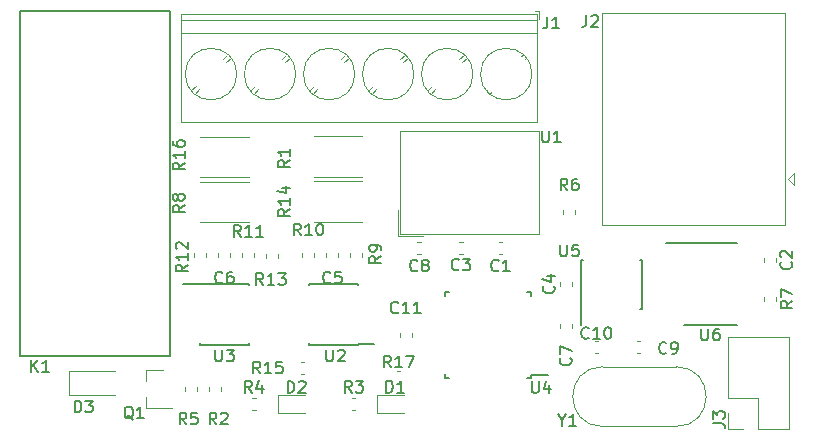
<source format=gbr>
G04 #@! TF.GenerationSoftware,KiCad,Pcbnew,(5.0.0)*
G04 #@! TF.CreationDate,2018-10-13T15:30:37-04:00*
G04 #@! TF.ProjectId,GLVColoumbCounterTest,474C56436F6C6F756D62436F756E7465,rev?*
G04 #@! TF.SameCoordinates,Original*
G04 #@! TF.FileFunction,Legend,Top*
G04 #@! TF.FilePolarity,Positive*
%FSLAX46Y46*%
G04 Gerber Fmt 4.6, Leading zero omitted, Abs format (unit mm)*
G04 Created by KiCad (PCBNEW (5.0.0)) date 10/13/18 15:30:37*
%MOMM*%
%LPD*%
G01*
G04 APERTURE LIST*
%ADD10C,0.150000*%
%ADD11C,0.120000*%
G04 APERTURE END LIST*
D10*
G04 #@! TO.C,K1*
X112522000Y-73406000D02*
X99822000Y-73406000D01*
X112522000Y-44196000D02*
X112522000Y-73406000D01*
X99822000Y-44196000D02*
X112522000Y-44196000D01*
X99822000Y-73406000D02*
X99822000Y-44196000D01*
G04 #@! TO.C,U4*
X143071000Y-75253000D02*
X143071000Y-75028000D01*
X135821000Y-75253000D02*
X135821000Y-74928000D01*
X135821000Y-68003000D02*
X135821000Y-68328000D01*
X143071000Y-68003000D02*
X143071000Y-68328000D01*
X143071000Y-75253000D02*
X142746000Y-75253000D01*
X143071000Y-68003000D02*
X142746000Y-68003000D01*
X135821000Y-68003000D02*
X136146000Y-68003000D01*
X135821000Y-75253000D02*
X136146000Y-75253000D01*
X143071000Y-75028000D02*
X144496000Y-75028000D01*
D11*
G04 #@! TO.C,J2*
X165290000Y-57920000D02*
X164790000Y-58420000D01*
X165290000Y-58920000D02*
X165290000Y-57920000D01*
X164790000Y-58420000D02*
X165290000Y-58920000D01*
X164605000Y-44340000D02*
X149085000Y-44340000D01*
X149085000Y-62300000D02*
X149085000Y-44340000D01*
X149085000Y-62300000D02*
X164605000Y-62300000D01*
X164605000Y-62300000D02*
X164605000Y-44340000D01*
G04 #@! TO.C,C1*
X140324721Y-63752000D02*
X140650279Y-63752000D01*
X140324721Y-64772000D02*
X140650279Y-64772000D01*
G04 #@! TO.C,C2*
X163832000Y-65415279D02*
X163832000Y-65089721D01*
X162812000Y-65415279D02*
X162812000Y-65089721D01*
G04 #@! TO.C,C3*
X137297279Y-63752000D02*
X136971721Y-63752000D01*
X137297279Y-64772000D02*
X136971721Y-64772000D01*
G04 #@! TO.C,C4*
X145540000Y-67472779D02*
X145540000Y-67147221D01*
X146560000Y-67472779D02*
X146560000Y-67147221D01*
G04 #@! TO.C,C5*
X125728000Y-64708721D02*
X125728000Y-65034279D01*
X126748000Y-64708721D02*
X126748000Y-65034279D01*
G04 #@! TO.C,C6*
X117604000Y-64708721D02*
X117604000Y-65034279D01*
X116584000Y-64708721D02*
X116584000Y-65034279D01*
G04 #@! TO.C,C7*
X146560000Y-70728721D02*
X146560000Y-71054279D01*
X145540000Y-70728721D02*
X145540000Y-71054279D01*
G04 #@! TO.C,D1*
X130061500Y-78205000D02*
X132346500Y-78205000D01*
X130061500Y-76735000D02*
X130061500Y-78205000D01*
X132346500Y-76735000D02*
X130061500Y-76735000D01*
G04 #@! TO.C,D2*
X123964500Y-76735000D02*
X121679500Y-76735000D01*
X121679500Y-76735000D02*
X121679500Y-78205000D01*
X121679500Y-78205000D02*
X123964500Y-78205000D01*
G04 #@! TO.C,J1*
X143150000Y-49530000D02*
G75*
G03X143150000Y-49530000I-2180000J0D01*
G01*
X138150000Y-49530000D02*
G75*
G03X138150000Y-49530000I-2180000J0D01*
G01*
X133150000Y-49530000D02*
G75*
G03X133150000Y-49530000I-2180000J0D01*
G01*
X128150000Y-49530000D02*
G75*
G03X128150000Y-49530000I-2180000J0D01*
G01*
X123150000Y-49530000D02*
G75*
G03X123150000Y-49530000I-2180000J0D01*
G01*
X118150000Y-49530000D02*
G75*
G03X118150000Y-49530000I-2180000J0D01*
G01*
X143530000Y-44930000D02*
X113410000Y-44930000D01*
X143530000Y-46030000D02*
X113410000Y-46030000D01*
X143530000Y-53590000D02*
X113410000Y-53590000D01*
X143530000Y-44470000D02*
X113410000Y-44470000D01*
X143530000Y-53590000D02*
X143530000Y-44470000D01*
X113410000Y-53590000D02*
X113410000Y-44470000D01*
X139316000Y-50918000D02*
X139423000Y-50811000D01*
X142252000Y-47983000D02*
X142358000Y-47876000D01*
X139582000Y-51184000D02*
X139689000Y-51077000D01*
X142518000Y-48249000D02*
X142624000Y-48142000D01*
X134316000Y-50918000D02*
X134711000Y-50522000D01*
X136977000Y-48256000D02*
X137357000Y-47876000D01*
X134582000Y-51184000D02*
X134962000Y-50804000D01*
X137228000Y-48538000D02*
X137623000Y-48142000D01*
X129316000Y-50918000D02*
X129711000Y-50522000D01*
X131977000Y-48256000D02*
X132357000Y-47876000D01*
X129582000Y-51184000D02*
X129962000Y-50804000D01*
X132228000Y-48538000D02*
X132623000Y-48142000D01*
X124316000Y-50918000D02*
X124711000Y-50522000D01*
X126977000Y-48256000D02*
X127357000Y-47876000D01*
X124582000Y-51184000D02*
X124962000Y-50804000D01*
X127228000Y-48538000D02*
X127623000Y-48142000D01*
X119316000Y-50918000D02*
X119711000Y-50522000D01*
X121977000Y-48256000D02*
X122357000Y-47876000D01*
X119582000Y-51184000D02*
X119962000Y-50804000D01*
X122228000Y-48538000D02*
X122623000Y-48142000D01*
X114316000Y-50918000D02*
X114711000Y-50522000D01*
X116977000Y-48256000D02*
X117357000Y-47876000D01*
X114582000Y-51184000D02*
X114962000Y-50804000D01*
X117228000Y-48538000D02*
X117623000Y-48142000D01*
X143770000Y-44870000D02*
X143770000Y-44230000D01*
X143770000Y-44230000D02*
X143370000Y-44230000D01*
G04 #@! TO.C,Q1*
X110476000Y-74620000D02*
X110476000Y-75550000D01*
X110476000Y-77780000D02*
X110476000Y-76850000D01*
X110476000Y-77780000D02*
X112636000Y-77780000D01*
X110476000Y-74620000D02*
X111936000Y-74620000D01*
G04 #@! TO.C,R2*
X115822000Y-76011721D02*
X115822000Y-76337279D01*
X116842000Y-76011721D02*
X116842000Y-76337279D01*
G04 #@! TO.C,R3*
X127878721Y-77980000D02*
X128204279Y-77980000D01*
X127878721Y-76960000D02*
X128204279Y-76960000D01*
G04 #@! TO.C,R4*
X119445721Y-76960000D02*
X119771279Y-76960000D01*
X119445721Y-77980000D02*
X119771279Y-77980000D01*
G04 #@! TO.C,R5*
X113790000Y-76337279D02*
X113790000Y-76011721D01*
X114810000Y-76337279D02*
X114810000Y-76011721D01*
G04 #@! TO.C,R6*
X146814000Y-61351279D02*
X146814000Y-61025721D01*
X145794000Y-61351279D02*
X145794000Y-61025721D01*
G04 #@! TO.C,R7*
X163832000Y-68391721D02*
X163832000Y-68717279D01*
X162812000Y-68391721D02*
X162812000Y-68717279D01*
G04 #@! TO.C,R9*
X128780000Y-65034279D02*
X128780000Y-64708721D01*
X127760000Y-65034279D02*
X127760000Y-64708721D01*
G04 #@! TO.C,R10*
X123696000Y-65034279D02*
X123696000Y-64708721D01*
X124716000Y-65034279D02*
X124716000Y-64708721D01*
G04 #@! TO.C,R11*
X118616000Y-65034279D02*
X118616000Y-64708721D01*
X119636000Y-65034279D02*
X119636000Y-64708721D01*
G04 #@! TO.C,R12*
X115572000Y-65034279D02*
X115572000Y-64708721D01*
X114552000Y-65034279D02*
X114552000Y-64708721D01*
G04 #@! TO.C,R13*
X120648000Y-64759721D02*
X120648000Y-65085279D01*
X121668000Y-64759721D02*
X121668000Y-65085279D01*
G04 #@! TO.C,R15*
X123560721Y-73912000D02*
X123886279Y-73912000D01*
X123560721Y-74932000D02*
X123886279Y-74932000D01*
G04 #@! TO.C,R17*
X131688721Y-74674000D02*
X132014279Y-74674000D01*
X131688721Y-75694000D02*
X132014279Y-75694000D01*
G04 #@! TO.C,U1*
X131795000Y-61060000D02*
X131795000Y-63210000D01*
X131795000Y-63210000D02*
X133945000Y-63210000D01*
X131945000Y-54360000D02*
X131945000Y-63060000D01*
X131945000Y-63060000D02*
X143745000Y-63060000D01*
X143745000Y-63060000D02*
X143745000Y-54360000D01*
X143745000Y-54360000D02*
X131945000Y-54360000D01*
D10*
G04 #@! TO.C,U2*
X128407000Y-72375000D02*
X129807000Y-72375000D01*
X128407000Y-67275000D02*
X124257000Y-67275000D01*
X128407000Y-72425000D02*
X124257000Y-72425000D01*
X128407000Y-67275000D02*
X128407000Y-67420000D01*
X124257000Y-67275000D02*
X124257000Y-67420000D01*
X124257000Y-72425000D02*
X124257000Y-72280000D01*
X128407000Y-72425000D02*
X128407000Y-72375000D01*
G04 #@! TO.C,U3*
X115019000Y-67275000D02*
X115019000Y-67325000D01*
X119169000Y-67275000D02*
X119169000Y-67420000D01*
X119169000Y-72425000D02*
X119169000Y-72280000D01*
X115019000Y-72425000D02*
X115019000Y-72280000D01*
X115019000Y-67275000D02*
X119169000Y-67275000D01*
X115019000Y-72425000D02*
X119169000Y-72425000D01*
X115019000Y-67325000D02*
X113619000Y-67325000D01*
G04 #@! TO.C,U5*
X147285000Y-69385000D02*
X147335000Y-69385000D01*
X147285000Y-65235000D02*
X147430000Y-65235000D01*
X152435000Y-65235000D02*
X152290000Y-65235000D01*
X152435000Y-69385000D02*
X152290000Y-69385000D01*
X147285000Y-69385000D02*
X147285000Y-65235000D01*
X152435000Y-69385000D02*
X152435000Y-65235000D01*
X147335000Y-69385000D02*
X147335000Y-70785000D01*
G04 #@! TO.C,U6*
X156017000Y-70760000D02*
X160467000Y-70760000D01*
X154492000Y-63860000D02*
X160467000Y-63860000D01*
D11*
G04 #@! TO.C,C8*
X133441221Y-64772000D02*
X133766779Y-64772000D01*
X133441221Y-63752000D02*
X133766779Y-63752000D01*
G04 #@! TO.C,C9*
X152334279Y-73154000D02*
X152008721Y-73154000D01*
X152334279Y-72134000D02*
X152008721Y-72134000D01*
G04 #@! TO.C,C10*
X148778279Y-72134000D02*
X148452721Y-72134000D01*
X148778279Y-73154000D02*
X148452721Y-73154000D01*
G04 #@! TO.C,C11*
X132971000Y-71465221D02*
X132971000Y-71790779D01*
X131951000Y-71465221D02*
X131951000Y-71790779D01*
G04 #@! TO.C,R1*
X124672936Y-58225000D02*
X128777064Y-58225000D01*
X124672936Y-54805000D02*
X128777064Y-54805000D01*
G04 #@! TO.C,R8*
X115080686Y-62072564D02*
X119184814Y-62072564D01*
X115080686Y-58652564D02*
X119184814Y-58652564D01*
G04 #@! TO.C,R14*
X124672936Y-58615000D02*
X128777064Y-58615000D01*
X124672936Y-62035000D02*
X128777064Y-62035000D01*
G04 #@! TO.C,R16*
X115080686Y-54842564D02*
X119184814Y-54842564D01*
X115080686Y-58262564D02*
X119184814Y-58262564D01*
G04 #@! TO.C,J3*
X164906000Y-79562000D02*
X162306000Y-79562000D01*
X164906000Y-79562000D02*
X164906000Y-71822000D01*
X164906000Y-71822000D02*
X159706000Y-71822000D01*
X159706000Y-76962000D02*
X159706000Y-71822000D01*
X162306000Y-76962000D02*
X159706000Y-76962000D01*
X162306000Y-79562000D02*
X162306000Y-76962000D01*
X159706000Y-79562000D02*
X159706000Y-78232000D01*
X161036000Y-79562000D02*
X159706000Y-79562000D01*
G04 #@! TO.C,D3*
X103922000Y-74692000D02*
X103922000Y-76692000D01*
X103922000Y-76692000D02*
X107822000Y-76692000D01*
X103922000Y-74692000D02*
X107822000Y-74692000D01*
G04 #@! TO.C,Y1*
X155371000Y-79360000D02*
X149121000Y-79360000D01*
X155371000Y-74310000D02*
X149121000Y-74310000D01*
X155371000Y-74310000D02*
G75*
G02X155371000Y-79360000I0J-2525000D01*
G01*
X149121000Y-74310000D02*
G75*
G03X149121000Y-79360000I0J-2525000D01*
G01*
G04 #@! TO.C,K1*
D10*
X100734904Y-74747380D02*
X100734904Y-73747380D01*
X101306333Y-74747380D02*
X100877761Y-74175952D01*
X101306333Y-73747380D02*
X100734904Y-74318809D01*
X102258714Y-74747380D02*
X101687285Y-74747380D01*
X101973000Y-74747380D02*
X101973000Y-73747380D01*
X101877761Y-73890238D01*
X101782523Y-73985476D01*
X101687285Y-74033095D01*
G04 #@! TO.C,U4*
X143129095Y-75525380D02*
X143129095Y-76334904D01*
X143176714Y-76430142D01*
X143224333Y-76477761D01*
X143319571Y-76525380D01*
X143510047Y-76525380D01*
X143605285Y-76477761D01*
X143652904Y-76430142D01*
X143700523Y-76334904D01*
X143700523Y-75525380D01*
X144605285Y-75858714D02*
X144605285Y-76525380D01*
X144367190Y-75477761D02*
X144129095Y-76192047D01*
X144748142Y-76192047D01*
G04 #@! TO.C,J2*
X147748666Y-44537380D02*
X147748666Y-45251666D01*
X147701047Y-45394523D01*
X147605809Y-45489761D01*
X147462952Y-45537380D01*
X147367714Y-45537380D01*
X148177238Y-44632619D02*
X148224857Y-44585000D01*
X148320095Y-44537380D01*
X148558190Y-44537380D01*
X148653428Y-44585000D01*
X148701047Y-44632619D01*
X148748666Y-44727857D01*
X148748666Y-44823095D01*
X148701047Y-44965952D01*
X148129619Y-45537380D01*
X148748666Y-45537380D01*
G04 #@! TO.C,C1*
X140320833Y-66143142D02*
X140273214Y-66190761D01*
X140130357Y-66238380D01*
X140035119Y-66238380D01*
X139892261Y-66190761D01*
X139797023Y-66095523D01*
X139749404Y-66000285D01*
X139701785Y-65809809D01*
X139701785Y-65666952D01*
X139749404Y-65476476D01*
X139797023Y-65381238D01*
X139892261Y-65286000D01*
X140035119Y-65238380D01*
X140130357Y-65238380D01*
X140273214Y-65286000D01*
X140320833Y-65333619D01*
X141273214Y-66238380D02*
X140701785Y-66238380D01*
X140987500Y-66238380D02*
X140987500Y-65238380D01*
X140892261Y-65381238D01*
X140797023Y-65476476D01*
X140701785Y-65524095D01*
G04 #@! TO.C,C2*
X165076142Y-65419166D02*
X165123761Y-65466785D01*
X165171380Y-65609642D01*
X165171380Y-65704880D01*
X165123761Y-65847738D01*
X165028523Y-65942976D01*
X164933285Y-65990595D01*
X164742809Y-66038214D01*
X164599952Y-66038214D01*
X164409476Y-65990595D01*
X164314238Y-65942976D01*
X164219000Y-65847738D01*
X164171380Y-65704880D01*
X164171380Y-65609642D01*
X164219000Y-65466785D01*
X164266619Y-65419166D01*
X164266619Y-65038214D02*
X164219000Y-64990595D01*
X164171380Y-64895357D01*
X164171380Y-64657261D01*
X164219000Y-64562023D01*
X164266619Y-64514404D01*
X164361857Y-64466785D01*
X164457095Y-64466785D01*
X164599952Y-64514404D01*
X165171380Y-65085833D01*
X165171380Y-64466785D01*
G04 #@! TO.C,C3*
X136967833Y-66049142D02*
X136920214Y-66096761D01*
X136777357Y-66144380D01*
X136682119Y-66144380D01*
X136539261Y-66096761D01*
X136444023Y-66001523D01*
X136396404Y-65906285D01*
X136348785Y-65715809D01*
X136348785Y-65572952D01*
X136396404Y-65382476D01*
X136444023Y-65287238D01*
X136539261Y-65192000D01*
X136682119Y-65144380D01*
X136777357Y-65144380D01*
X136920214Y-65192000D01*
X136967833Y-65239619D01*
X137301166Y-65144380D02*
X137920214Y-65144380D01*
X137586880Y-65525333D01*
X137729738Y-65525333D01*
X137824976Y-65572952D01*
X137872595Y-65620571D01*
X137920214Y-65715809D01*
X137920214Y-65953904D01*
X137872595Y-66049142D01*
X137824976Y-66096761D01*
X137729738Y-66144380D01*
X137444023Y-66144380D01*
X137348785Y-66096761D01*
X137301166Y-66049142D01*
G04 #@! TO.C,C4*
X144977142Y-67476666D02*
X145024761Y-67524285D01*
X145072380Y-67667142D01*
X145072380Y-67762380D01*
X145024761Y-67905238D01*
X144929523Y-68000476D01*
X144834285Y-68048095D01*
X144643809Y-68095714D01*
X144500952Y-68095714D01*
X144310476Y-68048095D01*
X144215238Y-68000476D01*
X144120000Y-67905238D01*
X144072380Y-67762380D01*
X144072380Y-67667142D01*
X144120000Y-67524285D01*
X144167619Y-67476666D01*
X144405714Y-66619523D02*
X145072380Y-66619523D01*
X144024761Y-66857619D02*
X144739047Y-67095714D01*
X144739047Y-66476666D01*
G04 #@! TO.C,C5*
X126071333Y-67159142D02*
X126023714Y-67206761D01*
X125880857Y-67254380D01*
X125785619Y-67254380D01*
X125642761Y-67206761D01*
X125547523Y-67111523D01*
X125499904Y-67016285D01*
X125452285Y-66825809D01*
X125452285Y-66682952D01*
X125499904Y-66492476D01*
X125547523Y-66397238D01*
X125642761Y-66302000D01*
X125785619Y-66254380D01*
X125880857Y-66254380D01*
X126023714Y-66302000D01*
X126071333Y-66349619D01*
X126976095Y-66254380D02*
X126499904Y-66254380D01*
X126452285Y-66730571D01*
X126499904Y-66682952D01*
X126595142Y-66635333D01*
X126833238Y-66635333D01*
X126928476Y-66682952D01*
X126976095Y-66730571D01*
X127023714Y-66825809D01*
X127023714Y-67063904D01*
X126976095Y-67159142D01*
X126928476Y-67206761D01*
X126833238Y-67254380D01*
X126595142Y-67254380D01*
X126499904Y-67206761D01*
X126452285Y-67159142D01*
G04 #@! TO.C,C6*
X116927333Y-67159142D02*
X116879714Y-67206761D01*
X116736857Y-67254380D01*
X116641619Y-67254380D01*
X116498761Y-67206761D01*
X116403523Y-67111523D01*
X116355904Y-67016285D01*
X116308285Y-66825809D01*
X116308285Y-66682952D01*
X116355904Y-66492476D01*
X116403523Y-66397238D01*
X116498761Y-66302000D01*
X116641619Y-66254380D01*
X116736857Y-66254380D01*
X116879714Y-66302000D01*
X116927333Y-66349619D01*
X117784476Y-66254380D02*
X117594000Y-66254380D01*
X117498761Y-66302000D01*
X117451142Y-66349619D01*
X117355904Y-66492476D01*
X117308285Y-66682952D01*
X117308285Y-67063904D01*
X117355904Y-67159142D01*
X117403523Y-67206761D01*
X117498761Y-67254380D01*
X117689238Y-67254380D01*
X117784476Y-67206761D01*
X117832095Y-67159142D01*
X117879714Y-67063904D01*
X117879714Y-66825809D01*
X117832095Y-66730571D01*
X117784476Y-66682952D01*
X117689238Y-66635333D01*
X117498761Y-66635333D01*
X117403523Y-66682952D01*
X117355904Y-66730571D01*
X117308285Y-66825809D01*
G04 #@! TO.C,C7*
X146407142Y-73572666D02*
X146454761Y-73620285D01*
X146502380Y-73763142D01*
X146502380Y-73858380D01*
X146454761Y-74001238D01*
X146359523Y-74096476D01*
X146264285Y-74144095D01*
X146073809Y-74191714D01*
X145930952Y-74191714D01*
X145740476Y-74144095D01*
X145645238Y-74096476D01*
X145550000Y-74001238D01*
X145502380Y-73858380D01*
X145502380Y-73763142D01*
X145550000Y-73620285D01*
X145597619Y-73572666D01*
X145502380Y-73239333D02*
X145502380Y-72572666D01*
X146502380Y-73001238D01*
G04 #@! TO.C,D1*
X130808404Y-76492380D02*
X130808404Y-75492380D01*
X131046500Y-75492380D01*
X131189357Y-75540000D01*
X131284595Y-75635238D01*
X131332214Y-75730476D01*
X131379833Y-75920952D01*
X131379833Y-76063809D01*
X131332214Y-76254285D01*
X131284595Y-76349523D01*
X131189357Y-76444761D01*
X131046500Y-76492380D01*
X130808404Y-76492380D01*
X132332214Y-76492380D02*
X131760785Y-76492380D01*
X132046500Y-76492380D02*
X132046500Y-75492380D01*
X131951261Y-75635238D01*
X131856023Y-75730476D01*
X131760785Y-75778095D01*
G04 #@! TO.C,D2*
X122451904Y-76525380D02*
X122451904Y-75525380D01*
X122690000Y-75525380D01*
X122832857Y-75573000D01*
X122928095Y-75668238D01*
X122975714Y-75763476D01*
X123023333Y-75953952D01*
X123023333Y-76096809D01*
X122975714Y-76287285D01*
X122928095Y-76382523D01*
X122832857Y-76477761D01*
X122690000Y-76525380D01*
X122451904Y-76525380D01*
X123404285Y-75620619D02*
X123451904Y-75573000D01*
X123547142Y-75525380D01*
X123785238Y-75525380D01*
X123880476Y-75573000D01*
X123928095Y-75620619D01*
X123975714Y-75715857D01*
X123975714Y-75811095D01*
X123928095Y-75953952D01*
X123356666Y-76525380D01*
X123975714Y-76525380D01*
G04 #@! TO.C,J1*
X144446666Y-44664380D02*
X144446666Y-45378666D01*
X144399047Y-45521523D01*
X144303809Y-45616761D01*
X144160952Y-45664380D01*
X144065714Y-45664380D01*
X145446666Y-45664380D02*
X144875238Y-45664380D01*
X145160952Y-45664380D02*
X145160952Y-44664380D01*
X145065714Y-44807238D01*
X144970476Y-44902476D01*
X144875238Y-44950095D01*
G04 #@! TO.C,Q1*
X109378761Y-78779619D02*
X109283523Y-78732000D01*
X109188285Y-78636761D01*
X109045428Y-78493904D01*
X108950190Y-78446285D01*
X108854952Y-78446285D01*
X108902571Y-78684380D02*
X108807333Y-78636761D01*
X108712095Y-78541523D01*
X108664476Y-78351047D01*
X108664476Y-78017714D01*
X108712095Y-77827238D01*
X108807333Y-77732000D01*
X108902571Y-77684380D01*
X109093047Y-77684380D01*
X109188285Y-77732000D01*
X109283523Y-77827238D01*
X109331142Y-78017714D01*
X109331142Y-78351047D01*
X109283523Y-78541523D01*
X109188285Y-78636761D01*
X109093047Y-78684380D01*
X108902571Y-78684380D01*
X110283523Y-78684380D02*
X109712095Y-78684380D01*
X109997809Y-78684380D02*
X109997809Y-77684380D01*
X109902571Y-77827238D01*
X109807333Y-77922476D01*
X109712095Y-77970095D01*
G04 #@! TO.C,R2*
X116419333Y-79192380D02*
X116086000Y-78716190D01*
X115847904Y-79192380D02*
X115847904Y-78192380D01*
X116228857Y-78192380D01*
X116324095Y-78240000D01*
X116371714Y-78287619D01*
X116419333Y-78382857D01*
X116419333Y-78525714D01*
X116371714Y-78620952D01*
X116324095Y-78668571D01*
X116228857Y-78716190D01*
X115847904Y-78716190D01*
X116800285Y-78287619D02*
X116847904Y-78240000D01*
X116943142Y-78192380D01*
X117181238Y-78192380D01*
X117276476Y-78240000D01*
X117324095Y-78287619D01*
X117371714Y-78382857D01*
X117371714Y-78478095D01*
X117324095Y-78620952D01*
X116752666Y-79192380D01*
X117371714Y-79192380D01*
G04 #@! TO.C,R3*
X127874833Y-76492380D02*
X127541500Y-76016190D01*
X127303404Y-76492380D02*
X127303404Y-75492380D01*
X127684357Y-75492380D01*
X127779595Y-75540000D01*
X127827214Y-75587619D01*
X127874833Y-75682857D01*
X127874833Y-75825714D01*
X127827214Y-75920952D01*
X127779595Y-75968571D01*
X127684357Y-76016190D01*
X127303404Y-76016190D01*
X128208166Y-75492380D02*
X128827214Y-75492380D01*
X128493880Y-75873333D01*
X128636738Y-75873333D01*
X128731976Y-75920952D01*
X128779595Y-75968571D01*
X128827214Y-76063809D01*
X128827214Y-76301904D01*
X128779595Y-76397142D01*
X128731976Y-76444761D01*
X128636738Y-76492380D01*
X128351023Y-76492380D01*
X128255785Y-76444761D01*
X128208166Y-76397142D01*
G04 #@! TO.C,R4*
X119441833Y-76492380D02*
X119108500Y-76016190D01*
X118870404Y-76492380D02*
X118870404Y-75492380D01*
X119251357Y-75492380D01*
X119346595Y-75540000D01*
X119394214Y-75587619D01*
X119441833Y-75682857D01*
X119441833Y-75825714D01*
X119394214Y-75920952D01*
X119346595Y-75968571D01*
X119251357Y-76016190D01*
X118870404Y-76016190D01*
X120298976Y-75825714D02*
X120298976Y-76492380D01*
X120060880Y-75444761D02*
X119822785Y-76159047D01*
X120441833Y-76159047D01*
G04 #@! TO.C,R5*
X113879333Y-79192380D02*
X113546000Y-78716190D01*
X113307904Y-79192380D02*
X113307904Y-78192380D01*
X113688857Y-78192380D01*
X113784095Y-78240000D01*
X113831714Y-78287619D01*
X113879333Y-78382857D01*
X113879333Y-78525714D01*
X113831714Y-78620952D01*
X113784095Y-78668571D01*
X113688857Y-78716190D01*
X113307904Y-78716190D01*
X114784095Y-78192380D02*
X114307904Y-78192380D01*
X114260285Y-78668571D01*
X114307904Y-78620952D01*
X114403142Y-78573333D01*
X114641238Y-78573333D01*
X114736476Y-78620952D01*
X114784095Y-78668571D01*
X114831714Y-78763809D01*
X114831714Y-79001904D01*
X114784095Y-79097142D01*
X114736476Y-79144761D01*
X114641238Y-79192380D01*
X114403142Y-79192380D01*
X114307904Y-79144761D01*
X114260285Y-79097142D01*
G04 #@! TO.C,R6*
X146137333Y-59380380D02*
X145804000Y-58904190D01*
X145565904Y-59380380D02*
X145565904Y-58380380D01*
X145946857Y-58380380D01*
X146042095Y-58428000D01*
X146089714Y-58475619D01*
X146137333Y-58570857D01*
X146137333Y-58713714D01*
X146089714Y-58808952D01*
X146042095Y-58856571D01*
X145946857Y-58904190D01*
X145565904Y-58904190D01*
X146994476Y-58380380D02*
X146804000Y-58380380D01*
X146708761Y-58428000D01*
X146661142Y-58475619D01*
X146565904Y-58618476D01*
X146518285Y-58808952D01*
X146518285Y-59189904D01*
X146565904Y-59285142D01*
X146613523Y-59332761D01*
X146708761Y-59380380D01*
X146899238Y-59380380D01*
X146994476Y-59332761D01*
X147042095Y-59285142D01*
X147089714Y-59189904D01*
X147089714Y-58951809D01*
X147042095Y-58856571D01*
X146994476Y-58808952D01*
X146899238Y-58761333D01*
X146708761Y-58761333D01*
X146613523Y-58808952D01*
X146565904Y-58856571D01*
X146518285Y-58951809D01*
G04 #@! TO.C,R7*
X165204380Y-68721166D02*
X164728190Y-69054500D01*
X165204380Y-69292595D02*
X164204380Y-69292595D01*
X164204380Y-68911642D01*
X164252000Y-68816404D01*
X164299619Y-68768785D01*
X164394857Y-68721166D01*
X164537714Y-68721166D01*
X164632952Y-68768785D01*
X164680571Y-68816404D01*
X164728190Y-68911642D01*
X164728190Y-69292595D01*
X164204380Y-68387833D02*
X164204380Y-67721166D01*
X165204380Y-68149738D01*
G04 #@! TO.C,R9*
X130373380Y-64936666D02*
X129897190Y-65270000D01*
X130373380Y-65508095D02*
X129373380Y-65508095D01*
X129373380Y-65127142D01*
X129421000Y-65031904D01*
X129468619Y-64984285D01*
X129563857Y-64936666D01*
X129706714Y-64936666D01*
X129801952Y-64984285D01*
X129849571Y-65031904D01*
X129897190Y-65127142D01*
X129897190Y-65508095D01*
X130373380Y-64460476D02*
X130373380Y-64270000D01*
X130325761Y-64174761D01*
X130278142Y-64127142D01*
X130135285Y-64031904D01*
X129944809Y-63984285D01*
X129563857Y-63984285D01*
X129468619Y-64031904D01*
X129421000Y-64079523D01*
X129373380Y-64174761D01*
X129373380Y-64365238D01*
X129421000Y-64460476D01*
X129468619Y-64508095D01*
X129563857Y-64555714D01*
X129801952Y-64555714D01*
X129897190Y-64508095D01*
X129944809Y-64460476D01*
X129992428Y-64365238D01*
X129992428Y-64174761D01*
X129944809Y-64079523D01*
X129897190Y-64031904D01*
X129801952Y-63984285D01*
G04 #@! TO.C,R10*
X123563142Y-63190380D02*
X123229809Y-62714190D01*
X122991714Y-63190380D02*
X122991714Y-62190380D01*
X123372666Y-62190380D01*
X123467904Y-62238000D01*
X123515523Y-62285619D01*
X123563142Y-62380857D01*
X123563142Y-62523714D01*
X123515523Y-62618952D01*
X123467904Y-62666571D01*
X123372666Y-62714190D01*
X122991714Y-62714190D01*
X124515523Y-63190380D02*
X123944095Y-63190380D01*
X124229809Y-63190380D02*
X124229809Y-62190380D01*
X124134571Y-62333238D01*
X124039333Y-62428476D01*
X123944095Y-62476095D01*
X125134571Y-62190380D02*
X125229809Y-62190380D01*
X125325047Y-62238000D01*
X125372666Y-62285619D01*
X125420285Y-62380857D01*
X125467904Y-62571333D01*
X125467904Y-62809428D01*
X125420285Y-62999904D01*
X125372666Y-63095142D01*
X125325047Y-63142761D01*
X125229809Y-63190380D01*
X125134571Y-63190380D01*
X125039333Y-63142761D01*
X124991714Y-63095142D01*
X124944095Y-62999904D01*
X124896476Y-62809428D01*
X124896476Y-62571333D01*
X124944095Y-62380857D01*
X124991714Y-62285619D01*
X125039333Y-62238000D01*
X125134571Y-62190380D01*
G04 #@! TO.C,R11*
X118483142Y-63317380D02*
X118149809Y-62841190D01*
X117911714Y-63317380D02*
X117911714Y-62317380D01*
X118292666Y-62317380D01*
X118387904Y-62365000D01*
X118435523Y-62412619D01*
X118483142Y-62507857D01*
X118483142Y-62650714D01*
X118435523Y-62745952D01*
X118387904Y-62793571D01*
X118292666Y-62841190D01*
X117911714Y-62841190D01*
X119435523Y-63317380D02*
X118864095Y-63317380D01*
X119149809Y-63317380D02*
X119149809Y-62317380D01*
X119054571Y-62460238D01*
X118959333Y-62555476D01*
X118864095Y-62603095D01*
X120387904Y-63317380D02*
X119816476Y-63317380D01*
X120102190Y-63317380D02*
X120102190Y-62317380D01*
X120006952Y-62460238D01*
X119911714Y-62555476D01*
X119816476Y-62603095D01*
G04 #@! TO.C,R12*
X113990380Y-65666857D02*
X113514190Y-66000190D01*
X113990380Y-66238285D02*
X112990380Y-66238285D01*
X112990380Y-65857333D01*
X113038000Y-65762095D01*
X113085619Y-65714476D01*
X113180857Y-65666857D01*
X113323714Y-65666857D01*
X113418952Y-65714476D01*
X113466571Y-65762095D01*
X113514190Y-65857333D01*
X113514190Y-66238285D01*
X113990380Y-64714476D02*
X113990380Y-65285904D01*
X113990380Y-65000190D02*
X112990380Y-65000190D01*
X113133238Y-65095428D01*
X113228476Y-65190666D01*
X113276095Y-65285904D01*
X113085619Y-64333523D02*
X113038000Y-64285904D01*
X112990380Y-64190666D01*
X112990380Y-63952571D01*
X113038000Y-63857333D01*
X113085619Y-63809714D01*
X113180857Y-63762095D01*
X113276095Y-63762095D01*
X113418952Y-63809714D01*
X113990380Y-64381142D01*
X113990380Y-63762095D01*
G04 #@! TO.C,R13*
X120388142Y-67381380D02*
X120054809Y-66905190D01*
X119816714Y-67381380D02*
X119816714Y-66381380D01*
X120197666Y-66381380D01*
X120292904Y-66429000D01*
X120340523Y-66476619D01*
X120388142Y-66571857D01*
X120388142Y-66714714D01*
X120340523Y-66809952D01*
X120292904Y-66857571D01*
X120197666Y-66905190D01*
X119816714Y-66905190D01*
X121340523Y-67381380D02*
X120769095Y-67381380D01*
X121054809Y-67381380D02*
X121054809Y-66381380D01*
X120959571Y-66524238D01*
X120864333Y-66619476D01*
X120769095Y-66667095D01*
X121673857Y-66381380D02*
X122292904Y-66381380D01*
X121959571Y-66762333D01*
X122102428Y-66762333D01*
X122197666Y-66809952D01*
X122245285Y-66857571D01*
X122292904Y-66952809D01*
X122292904Y-67190904D01*
X122245285Y-67286142D01*
X122197666Y-67333761D01*
X122102428Y-67381380D01*
X121816714Y-67381380D01*
X121721476Y-67333761D01*
X121673857Y-67286142D01*
G04 #@! TO.C,R15*
X120134142Y-74874380D02*
X119800809Y-74398190D01*
X119562714Y-74874380D02*
X119562714Y-73874380D01*
X119943666Y-73874380D01*
X120038904Y-73922000D01*
X120086523Y-73969619D01*
X120134142Y-74064857D01*
X120134142Y-74207714D01*
X120086523Y-74302952D01*
X120038904Y-74350571D01*
X119943666Y-74398190D01*
X119562714Y-74398190D01*
X121086523Y-74874380D02*
X120515095Y-74874380D01*
X120800809Y-74874380D02*
X120800809Y-73874380D01*
X120705571Y-74017238D01*
X120610333Y-74112476D01*
X120515095Y-74160095D01*
X121991285Y-73874380D02*
X121515095Y-73874380D01*
X121467476Y-74350571D01*
X121515095Y-74302952D01*
X121610333Y-74255333D01*
X121848428Y-74255333D01*
X121943666Y-74302952D01*
X121991285Y-74350571D01*
X122038904Y-74445809D01*
X122038904Y-74683904D01*
X121991285Y-74779142D01*
X121943666Y-74826761D01*
X121848428Y-74874380D01*
X121610333Y-74874380D01*
X121515095Y-74826761D01*
X121467476Y-74779142D01*
G04 #@! TO.C,R17*
X131208642Y-74366380D02*
X130875309Y-73890190D01*
X130637214Y-74366380D02*
X130637214Y-73366380D01*
X131018166Y-73366380D01*
X131113404Y-73414000D01*
X131161023Y-73461619D01*
X131208642Y-73556857D01*
X131208642Y-73699714D01*
X131161023Y-73794952D01*
X131113404Y-73842571D01*
X131018166Y-73890190D01*
X130637214Y-73890190D01*
X132161023Y-74366380D02*
X131589595Y-74366380D01*
X131875309Y-74366380D02*
X131875309Y-73366380D01*
X131780071Y-73509238D01*
X131684833Y-73604476D01*
X131589595Y-73652095D01*
X132494357Y-73366380D02*
X133161023Y-73366380D01*
X132732452Y-74366380D01*
G04 #@! TO.C,U1*
X144018095Y-54316380D02*
X144018095Y-55125904D01*
X144065714Y-55221142D01*
X144113333Y-55268761D01*
X144208571Y-55316380D01*
X144399047Y-55316380D01*
X144494285Y-55268761D01*
X144541904Y-55221142D01*
X144589523Y-55125904D01*
X144589523Y-54316380D01*
X145589523Y-55316380D02*
X145018095Y-55316380D01*
X145303809Y-55316380D02*
X145303809Y-54316380D01*
X145208571Y-54459238D01*
X145113333Y-54554476D01*
X145018095Y-54602095D01*
G04 #@! TO.C,U2*
X125730095Y-72858380D02*
X125730095Y-73667904D01*
X125777714Y-73763142D01*
X125825333Y-73810761D01*
X125920571Y-73858380D01*
X126111047Y-73858380D01*
X126206285Y-73810761D01*
X126253904Y-73763142D01*
X126301523Y-73667904D01*
X126301523Y-72858380D01*
X126730095Y-72953619D02*
X126777714Y-72906000D01*
X126872952Y-72858380D01*
X127111047Y-72858380D01*
X127206285Y-72906000D01*
X127253904Y-72953619D01*
X127301523Y-73048857D01*
X127301523Y-73144095D01*
X127253904Y-73286952D01*
X126682476Y-73858380D01*
X127301523Y-73858380D01*
G04 #@! TO.C,U3*
X116332095Y-72858380D02*
X116332095Y-73667904D01*
X116379714Y-73763142D01*
X116427333Y-73810761D01*
X116522571Y-73858380D01*
X116713047Y-73858380D01*
X116808285Y-73810761D01*
X116855904Y-73763142D01*
X116903523Y-73667904D01*
X116903523Y-72858380D01*
X117284476Y-72858380D02*
X117903523Y-72858380D01*
X117570190Y-73239333D01*
X117713047Y-73239333D01*
X117808285Y-73286952D01*
X117855904Y-73334571D01*
X117903523Y-73429809D01*
X117903523Y-73667904D01*
X117855904Y-73763142D01*
X117808285Y-73810761D01*
X117713047Y-73858380D01*
X117427333Y-73858380D01*
X117332095Y-73810761D01*
X117284476Y-73763142D01*
G04 #@! TO.C,U5*
X145542095Y-63968380D02*
X145542095Y-64777904D01*
X145589714Y-64873142D01*
X145637333Y-64920761D01*
X145732571Y-64968380D01*
X145923047Y-64968380D01*
X146018285Y-64920761D01*
X146065904Y-64873142D01*
X146113523Y-64777904D01*
X146113523Y-63968380D01*
X147065904Y-63968380D02*
X146589714Y-63968380D01*
X146542095Y-64444571D01*
X146589714Y-64396952D01*
X146684952Y-64349333D01*
X146923047Y-64349333D01*
X147018285Y-64396952D01*
X147065904Y-64444571D01*
X147113523Y-64539809D01*
X147113523Y-64777904D01*
X147065904Y-64873142D01*
X147018285Y-64920761D01*
X146923047Y-64968380D01*
X146684952Y-64968380D01*
X146589714Y-64920761D01*
X146542095Y-64873142D01*
G04 #@! TO.C,U6*
X157480095Y-71080380D02*
X157480095Y-71889904D01*
X157527714Y-71985142D01*
X157575333Y-72032761D01*
X157670571Y-72080380D01*
X157861047Y-72080380D01*
X157956285Y-72032761D01*
X158003904Y-71985142D01*
X158051523Y-71889904D01*
X158051523Y-71080380D01*
X158956285Y-71080380D02*
X158765809Y-71080380D01*
X158670571Y-71128000D01*
X158622952Y-71175619D01*
X158527714Y-71318476D01*
X158480095Y-71508952D01*
X158480095Y-71889904D01*
X158527714Y-71985142D01*
X158575333Y-72032761D01*
X158670571Y-72080380D01*
X158861047Y-72080380D01*
X158956285Y-72032761D01*
X159003904Y-71985142D01*
X159051523Y-71889904D01*
X159051523Y-71651809D01*
X159003904Y-71556571D01*
X158956285Y-71508952D01*
X158861047Y-71461333D01*
X158670571Y-71461333D01*
X158575333Y-71508952D01*
X158527714Y-71556571D01*
X158480095Y-71651809D01*
G04 #@! TO.C,C8*
X133437333Y-66143142D02*
X133389714Y-66190761D01*
X133246857Y-66238380D01*
X133151619Y-66238380D01*
X133008761Y-66190761D01*
X132913523Y-66095523D01*
X132865904Y-66000285D01*
X132818285Y-65809809D01*
X132818285Y-65666952D01*
X132865904Y-65476476D01*
X132913523Y-65381238D01*
X133008761Y-65286000D01*
X133151619Y-65238380D01*
X133246857Y-65238380D01*
X133389714Y-65286000D01*
X133437333Y-65333619D01*
X134008761Y-65666952D02*
X133913523Y-65619333D01*
X133865904Y-65571714D01*
X133818285Y-65476476D01*
X133818285Y-65428857D01*
X133865904Y-65333619D01*
X133913523Y-65286000D01*
X134008761Y-65238380D01*
X134199238Y-65238380D01*
X134294476Y-65286000D01*
X134342095Y-65333619D01*
X134389714Y-65428857D01*
X134389714Y-65476476D01*
X134342095Y-65571714D01*
X134294476Y-65619333D01*
X134199238Y-65666952D01*
X134008761Y-65666952D01*
X133913523Y-65714571D01*
X133865904Y-65762190D01*
X133818285Y-65857428D01*
X133818285Y-66047904D01*
X133865904Y-66143142D01*
X133913523Y-66190761D01*
X134008761Y-66238380D01*
X134199238Y-66238380D01*
X134294476Y-66190761D01*
X134342095Y-66143142D01*
X134389714Y-66047904D01*
X134389714Y-65857428D01*
X134342095Y-65762190D01*
X134294476Y-65714571D01*
X134199238Y-65666952D01*
G04 #@! TO.C,C9*
X154519333Y-73128142D02*
X154471714Y-73175761D01*
X154328857Y-73223380D01*
X154233619Y-73223380D01*
X154090761Y-73175761D01*
X153995523Y-73080523D01*
X153947904Y-72985285D01*
X153900285Y-72794809D01*
X153900285Y-72651952D01*
X153947904Y-72461476D01*
X153995523Y-72366238D01*
X154090761Y-72271000D01*
X154233619Y-72223380D01*
X154328857Y-72223380D01*
X154471714Y-72271000D01*
X154519333Y-72318619D01*
X154995523Y-73223380D02*
X155186000Y-73223380D01*
X155281238Y-73175761D01*
X155328857Y-73128142D01*
X155424095Y-72985285D01*
X155471714Y-72794809D01*
X155471714Y-72413857D01*
X155424095Y-72318619D01*
X155376476Y-72271000D01*
X155281238Y-72223380D01*
X155090761Y-72223380D01*
X154995523Y-72271000D01*
X154947904Y-72318619D01*
X154900285Y-72413857D01*
X154900285Y-72651952D01*
X154947904Y-72747190D01*
X154995523Y-72794809D01*
X155090761Y-72842428D01*
X155281238Y-72842428D01*
X155376476Y-72794809D01*
X155424095Y-72747190D01*
X155471714Y-72651952D01*
G04 #@! TO.C,C10*
X147947142Y-71858142D02*
X147899523Y-71905761D01*
X147756666Y-71953380D01*
X147661428Y-71953380D01*
X147518571Y-71905761D01*
X147423333Y-71810523D01*
X147375714Y-71715285D01*
X147328095Y-71524809D01*
X147328095Y-71381952D01*
X147375714Y-71191476D01*
X147423333Y-71096238D01*
X147518571Y-71001000D01*
X147661428Y-70953380D01*
X147756666Y-70953380D01*
X147899523Y-71001000D01*
X147947142Y-71048619D01*
X148899523Y-71953380D02*
X148328095Y-71953380D01*
X148613809Y-71953380D02*
X148613809Y-70953380D01*
X148518571Y-71096238D01*
X148423333Y-71191476D01*
X148328095Y-71239095D01*
X149518571Y-70953380D02*
X149613809Y-70953380D01*
X149709047Y-71001000D01*
X149756666Y-71048619D01*
X149804285Y-71143857D01*
X149851904Y-71334333D01*
X149851904Y-71572428D01*
X149804285Y-71762904D01*
X149756666Y-71858142D01*
X149709047Y-71905761D01*
X149613809Y-71953380D01*
X149518571Y-71953380D01*
X149423333Y-71905761D01*
X149375714Y-71858142D01*
X149328095Y-71762904D01*
X149280476Y-71572428D01*
X149280476Y-71334333D01*
X149328095Y-71143857D01*
X149375714Y-71048619D01*
X149423333Y-71001000D01*
X149518571Y-70953380D01*
G04 #@! TO.C,C11*
X131818142Y-69699142D02*
X131770523Y-69746761D01*
X131627666Y-69794380D01*
X131532428Y-69794380D01*
X131389571Y-69746761D01*
X131294333Y-69651523D01*
X131246714Y-69556285D01*
X131199095Y-69365809D01*
X131199095Y-69222952D01*
X131246714Y-69032476D01*
X131294333Y-68937238D01*
X131389571Y-68842000D01*
X131532428Y-68794380D01*
X131627666Y-68794380D01*
X131770523Y-68842000D01*
X131818142Y-68889619D01*
X132770523Y-69794380D02*
X132199095Y-69794380D01*
X132484809Y-69794380D02*
X132484809Y-68794380D01*
X132389571Y-68937238D01*
X132294333Y-69032476D01*
X132199095Y-69080095D01*
X133722904Y-69794380D02*
X133151476Y-69794380D01*
X133437190Y-69794380D02*
X133437190Y-68794380D01*
X133341952Y-68937238D01*
X133246714Y-69032476D01*
X133151476Y-69080095D01*
G04 #@! TO.C,R1*
X122626380Y-56808666D02*
X122150190Y-57142000D01*
X122626380Y-57380095D02*
X121626380Y-57380095D01*
X121626380Y-56999142D01*
X121674000Y-56903904D01*
X121721619Y-56856285D01*
X121816857Y-56808666D01*
X121959714Y-56808666D01*
X122054952Y-56856285D01*
X122102571Y-56903904D01*
X122150190Y-56999142D01*
X122150190Y-57380095D01*
X122626380Y-55856285D02*
X122626380Y-56427714D01*
X122626380Y-56142000D02*
X121626380Y-56142000D01*
X121769238Y-56237238D01*
X121864476Y-56332476D01*
X121912095Y-56427714D01*
G04 #@! TO.C,R8*
X113736380Y-60618666D02*
X113260190Y-60952000D01*
X113736380Y-61190095D02*
X112736380Y-61190095D01*
X112736380Y-60809142D01*
X112784000Y-60713904D01*
X112831619Y-60666285D01*
X112926857Y-60618666D01*
X113069714Y-60618666D01*
X113164952Y-60666285D01*
X113212571Y-60713904D01*
X113260190Y-60809142D01*
X113260190Y-61190095D01*
X113164952Y-60047238D02*
X113117333Y-60142476D01*
X113069714Y-60190095D01*
X112974476Y-60237714D01*
X112926857Y-60237714D01*
X112831619Y-60190095D01*
X112784000Y-60142476D01*
X112736380Y-60047238D01*
X112736380Y-59856761D01*
X112784000Y-59761523D01*
X112831619Y-59713904D01*
X112926857Y-59666285D01*
X112974476Y-59666285D01*
X113069714Y-59713904D01*
X113117333Y-59761523D01*
X113164952Y-59856761D01*
X113164952Y-60047238D01*
X113212571Y-60142476D01*
X113260190Y-60190095D01*
X113355428Y-60237714D01*
X113545904Y-60237714D01*
X113641142Y-60190095D01*
X113688761Y-60142476D01*
X113736380Y-60047238D01*
X113736380Y-59856761D01*
X113688761Y-59761523D01*
X113641142Y-59713904D01*
X113545904Y-59666285D01*
X113355428Y-59666285D01*
X113260190Y-59713904D01*
X113212571Y-59761523D01*
X113164952Y-59856761D01*
G04 #@! TO.C,R14*
X122626380Y-60967857D02*
X122150190Y-61301190D01*
X122626380Y-61539285D02*
X121626380Y-61539285D01*
X121626380Y-61158333D01*
X121674000Y-61063095D01*
X121721619Y-61015476D01*
X121816857Y-60967857D01*
X121959714Y-60967857D01*
X122054952Y-61015476D01*
X122102571Y-61063095D01*
X122150190Y-61158333D01*
X122150190Y-61539285D01*
X122626380Y-60015476D02*
X122626380Y-60586904D01*
X122626380Y-60301190D02*
X121626380Y-60301190D01*
X121769238Y-60396428D01*
X121864476Y-60491666D01*
X121912095Y-60586904D01*
X121959714Y-59158333D02*
X122626380Y-59158333D01*
X121578761Y-59396428D02*
X122293047Y-59634523D01*
X122293047Y-59015476D01*
G04 #@! TO.C,R16*
X113736380Y-57030857D02*
X113260190Y-57364190D01*
X113736380Y-57602285D02*
X112736380Y-57602285D01*
X112736380Y-57221333D01*
X112784000Y-57126095D01*
X112831619Y-57078476D01*
X112926857Y-57030857D01*
X113069714Y-57030857D01*
X113164952Y-57078476D01*
X113212571Y-57126095D01*
X113260190Y-57221333D01*
X113260190Y-57602285D01*
X113736380Y-56078476D02*
X113736380Y-56649904D01*
X113736380Y-56364190D02*
X112736380Y-56364190D01*
X112879238Y-56459428D01*
X112974476Y-56554666D01*
X113022095Y-56649904D01*
X112736380Y-55221333D02*
X112736380Y-55411809D01*
X112784000Y-55507047D01*
X112831619Y-55554666D01*
X112974476Y-55649904D01*
X113164952Y-55697523D01*
X113545904Y-55697523D01*
X113641142Y-55649904D01*
X113688761Y-55602285D01*
X113736380Y-55507047D01*
X113736380Y-55316571D01*
X113688761Y-55221333D01*
X113641142Y-55173714D01*
X113545904Y-55126095D01*
X113307809Y-55126095D01*
X113212571Y-55173714D01*
X113164952Y-55221333D01*
X113117333Y-55316571D01*
X113117333Y-55507047D01*
X113164952Y-55602285D01*
X113212571Y-55649904D01*
X113307809Y-55697523D01*
G04 #@! TO.C,J3*
X158456380Y-79073333D02*
X159170666Y-79073333D01*
X159313523Y-79120952D01*
X159408761Y-79216190D01*
X159456380Y-79359047D01*
X159456380Y-79454285D01*
X158456380Y-78692380D02*
X158456380Y-78073333D01*
X158837333Y-78406666D01*
X158837333Y-78263809D01*
X158884952Y-78168571D01*
X158932571Y-78120952D01*
X159027809Y-78073333D01*
X159265904Y-78073333D01*
X159361142Y-78120952D01*
X159408761Y-78168571D01*
X159456380Y-78263809D01*
X159456380Y-78549523D01*
X159408761Y-78644761D01*
X159361142Y-78692380D01*
G04 #@! TO.C,D3*
X104417904Y-78176380D02*
X104417904Y-77176380D01*
X104656000Y-77176380D01*
X104798857Y-77224000D01*
X104894095Y-77319238D01*
X104941714Y-77414476D01*
X104989333Y-77604952D01*
X104989333Y-77747809D01*
X104941714Y-77938285D01*
X104894095Y-78033523D01*
X104798857Y-78128761D01*
X104656000Y-78176380D01*
X104417904Y-78176380D01*
X105322666Y-77176380D02*
X105941714Y-77176380D01*
X105608380Y-77557333D01*
X105751238Y-77557333D01*
X105846476Y-77604952D01*
X105894095Y-77652571D01*
X105941714Y-77747809D01*
X105941714Y-77985904D01*
X105894095Y-78081142D01*
X105846476Y-78128761D01*
X105751238Y-78176380D01*
X105465523Y-78176380D01*
X105370285Y-78128761D01*
X105322666Y-78081142D01*
G04 #@! TO.C,Y1*
X145700809Y-78843190D02*
X145700809Y-79319380D01*
X145367476Y-78319380D02*
X145700809Y-78843190D01*
X146034142Y-78319380D01*
X146891285Y-79319380D02*
X146319857Y-79319380D01*
X146605571Y-79319380D02*
X146605571Y-78319380D01*
X146510333Y-78462238D01*
X146415095Y-78557476D01*
X146319857Y-78605095D01*
G04 #@! TD*
M02*

</source>
